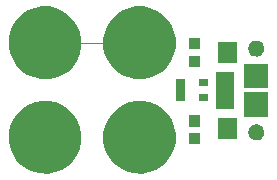
<source format=gts>
%TF.GenerationSoftware,KiCad,Pcbnew,4.0.5-e0-6337~49~ubuntu16.04.1*%
%TF.CreationDate,2017-01-29T12:57:44-08:00*%
%TF.ProjectId,2x3-USB-Power-Connector,3278332D5553422D506F7765722D436F,1.0*%
%TF.FileFunction,Soldermask,Top*%
%FSLAX46Y46*%
G04 Gerber Fmt 4.6, Leading zero omitted, Abs format (unit mm)*
G04 Created by KiCad (PCBNEW 4.0.5-e0-6337~49~ubuntu16.04.1) date Sun Jan 29 12:57:44 2017*
%MOMM*%
%LPD*%
G01*
G04 APERTURE LIST*
%ADD10C,0.350000*%
%ADD11C,0.100000*%
G04 APERTURE END LIST*
D10*
D11*
X131495800Y-93000560D02*
X123395800Y-93000560D01*
X131495800Y-93000560D02*
X123395800Y-93000560D01*
D10*
G36*
X123818910Y-97926407D02*
X124409855Y-98047711D01*
X124965998Y-98281492D01*
X125466134Y-98618838D01*
X125891221Y-99046903D01*
X126225066Y-99549381D01*
X126454956Y-100107136D01*
X126572064Y-100698574D01*
X126572064Y-100698584D01*
X126572131Y-100698923D01*
X126562510Y-101387976D01*
X126562433Y-101388314D01*
X126562433Y-101388322D01*
X126428857Y-101976261D01*
X126183485Y-102527376D01*
X125835737Y-103020338D01*
X125398862Y-103436369D01*
X124889500Y-103759621D01*
X124327054Y-103977779D01*
X123732947Y-104082536D01*
X123129803Y-104069902D01*
X122540600Y-103940357D01*
X121987782Y-103698837D01*
X121492407Y-103354542D01*
X121073337Y-102920583D01*
X120746538Y-102413490D01*
X120524456Y-101852574D01*
X120415555Y-101259218D01*
X120423977Y-100656001D01*
X120549406Y-100065907D01*
X120787059Y-99511418D01*
X121127891Y-99013648D01*
X121558912Y-98591560D01*
X122063713Y-98261228D01*
X122623059Y-98035237D01*
X123215645Y-97922196D01*
X123818910Y-97926407D01*
X123818910Y-97926407D01*
G37*
G36*
X131818910Y-97926407D02*
X132409855Y-98047711D01*
X132965998Y-98281492D01*
X133466134Y-98618838D01*
X133891221Y-99046903D01*
X134225066Y-99549381D01*
X134454956Y-100107136D01*
X134572064Y-100698574D01*
X134572064Y-100698584D01*
X134572131Y-100698923D01*
X134562510Y-101387976D01*
X134562433Y-101388314D01*
X134562433Y-101388322D01*
X134428857Y-101976261D01*
X134183485Y-102527376D01*
X133835737Y-103020338D01*
X133398862Y-103436369D01*
X132889500Y-103759621D01*
X132327054Y-103977779D01*
X131732947Y-104082536D01*
X131129803Y-104069902D01*
X130540600Y-103940357D01*
X129987782Y-103698837D01*
X129492407Y-103354542D01*
X129073337Y-102920583D01*
X128746538Y-102413490D01*
X128524456Y-101852574D01*
X128415555Y-101259218D01*
X128423977Y-100656001D01*
X128549406Y-100065907D01*
X128787059Y-99511418D01*
X129127891Y-99013648D01*
X129558912Y-98591560D01*
X130063713Y-98261228D01*
X130623059Y-98035237D01*
X131215645Y-97922196D01*
X131818910Y-97926407D01*
X131818910Y-97926407D01*
G37*
G36*
X136620600Y-101605160D02*
X135718200Y-101605160D01*
X135718200Y-100652760D01*
X136620600Y-100652760D01*
X136620600Y-101605160D01*
X136620600Y-101605160D01*
G37*
G36*
X141453948Y-99912808D02*
X141583842Y-99939472D01*
X141706097Y-99990863D01*
X141816035Y-100065017D01*
X141909472Y-100159109D01*
X141982861Y-100269568D01*
X142033395Y-100392172D01*
X142059082Y-100521901D01*
X142059082Y-100521916D01*
X142059149Y-100522255D01*
X142057034Y-100673720D01*
X142056958Y-100674054D01*
X142056958Y-100674067D01*
X142027656Y-100803038D01*
X141973721Y-100924179D01*
X141897279Y-101032542D01*
X141801246Y-101123993D01*
X141689280Y-101195049D01*
X141565642Y-101243005D01*
X141435051Y-101266032D01*
X141302467Y-101263254D01*
X141172951Y-101234779D01*
X141051430Y-101181687D01*
X140942541Y-101106007D01*
X140850422Y-101010616D01*
X140778585Y-100899146D01*
X140729766Y-100775844D01*
X140705829Y-100645419D01*
X140707680Y-100512821D01*
X140735252Y-100383106D01*
X140787491Y-100261221D01*
X140862413Y-100151802D01*
X140957161Y-100059018D01*
X141068119Y-99986408D01*
X141191077Y-99936730D01*
X141321335Y-99911883D01*
X141453948Y-99912808D01*
X141453948Y-99912808D01*
G37*
G36*
X139709120Y-101114760D02*
X138156720Y-101114760D01*
X138156720Y-99362360D01*
X139709120Y-99362360D01*
X139709120Y-101114760D01*
X139709120Y-101114760D01*
G37*
G36*
X136620600Y-100105160D02*
X135718200Y-100105160D01*
X135718200Y-99152760D01*
X136620600Y-99152760D01*
X136620600Y-100105160D01*
X136620600Y-100105160D01*
G37*
G36*
X142409120Y-99264760D02*
X140356720Y-99264760D01*
X140356720Y-97212360D01*
X142409120Y-97212360D01*
X142409120Y-99264760D01*
X142409120Y-99264760D01*
G37*
G36*
X139459120Y-98614760D02*
X137956720Y-98614760D01*
X137956720Y-95462360D01*
X139459120Y-95462360D01*
X139459120Y-98614760D01*
X139459120Y-98614760D01*
G37*
G36*
X135351720Y-97954280D02*
X134599320Y-97954280D01*
X134599320Y-96081880D01*
X135351720Y-96081880D01*
X135351720Y-97954280D01*
X135351720Y-97954280D01*
G37*
G36*
X137251720Y-97954280D02*
X136499320Y-97954280D01*
X136499320Y-97381880D01*
X137251720Y-97381880D01*
X137251720Y-97954280D01*
X137251720Y-97954280D01*
G37*
G36*
X142409120Y-96864760D02*
X140356720Y-96864760D01*
X140356720Y-94812360D01*
X142409120Y-94812360D01*
X142409120Y-96864760D01*
X142409120Y-96864760D01*
G37*
G36*
X137251720Y-96654280D02*
X136499320Y-96654280D01*
X136499320Y-96081880D01*
X137251720Y-96081880D01*
X137251720Y-96654280D01*
X137251720Y-96654280D01*
G37*
G36*
X131818910Y-89926407D02*
X132409855Y-90047711D01*
X132965998Y-90281492D01*
X133466134Y-90618838D01*
X133891221Y-91046903D01*
X134225066Y-91549381D01*
X134454956Y-92107136D01*
X134572064Y-92698574D01*
X134572064Y-92698584D01*
X134572131Y-92698923D01*
X134562510Y-93387976D01*
X134562433Y-93388314D01*
X134562433Y-93388322D01*
X134428857Y-93976261D01*
X134183485Y-94527376D01*
X133835737Y-95020338D01*
X133398862Y-95436369D01*
X132889500Y-95759621D01*
X132327054Y-95977779D01*
X131732947Y-96082536D01*
X131129803Y-96069902D01*
X130540600Y-95940357D01*
X129987782Y-95698837D01*
X129492407Y-95354542D01*
X129073337Y-94920583D01*
X128746538Y-94413490D01*
X128524456Y-93852574D01*
X128415555Y-93259218D01*
X128423977Y-92656001D01*
X128549406Y-92065907D01*
X128787059Y-91511418D01*
X129127891Y-91013648D01*
X129558912Y-90591560D01*
X130063713Y-90261228D01*
X130623059Y-90035237D01*
X131215645Y-89922196D01*
X131818910Y-89926407D01*
X131818910Y-89926407D01*
G37*
G36*
X123818910Y-89926407D02*
X124409855Y-90047711D01*
X124965998Y-90281492D01*
X125466134Y-90618838D01*
X125891221Y-91046903D01*
X126225066Y-91549381D01*
X126454956Y-92107136D01*
X126572064Y-92698574D01*
X126572064Y-92698584D01*
X126572131Y-92698923D01*
X126562510Y-93387976D01*
X126562433Y-93388314D01*
X126562433Y-93388322D01*
X126428857Y-93976261D01*
X126183485Y-94527376D01*
X125835737Y-95020338D01*
X125398862Y-95436369D01*
X124889500Y-95759621D01*
X124327054Y-95977779D01*
X123732947Y-96082536D01*
X123129803Y-96069902D01*
X122540600Y-95940357D01*
X121987782Y-95698837D01*
X121492407Y-95354542D01*
X121073337Y-94920583D01*
X120746538Y-94413490D01*
X120524456Y-93852574D01*
X120415555Y-93259218D01*
X120423977Y-92656001D01*
X120549406Y-92065907D01*
X120787059Y-91511418D01*
X121127891Y-91013648D01*
X121558912Y-90591560D01*
X122063713Y-90261228D01*
X122623059Y-90035237D01*
X123215645Y-89922196D01*
X123818910Y-89926407D01*
X123818910Y-89926407D01*
G37*
G36*
X136620600Y-95046880D02*
X135718200Y-95046880D01*
X135718200Y-94094480D01*
X136620600Y-94094480D01*
X136620600Y-95046880D01*
X136620600Y-95046880D01*
G37*
G36*
X139709120Y-94714760D02*
X138156720Y-94714760D01*
X138156720Y-92962360D01*
X139709120Y-92962360D01*
X139709120Y-94714760D01*
X139709120Y-94714760D01*
G37*
G36*
X141453948Y-92812808D02*
X141583842Y-92839472D01*
X141706097Y-92890863D01*
X141816035Y-92965017D01*
X141909472Y-93059109D01*
X141982861Y-93169568D01*
X142033395Y-93292172D01*
X142059082Y-93421901D01*
X142059082Y-93421916D01*
X142059149Y-93422255D01*
X142057034Y-93573720D01*
X142056958Y-93574054D01*
X142056958Y-93574067D01*
X142027656Y-93703038D01*
X141973721Y-93824179D01*
X141897279Y-93932542D01*
X141801246Y-94023993D01*
X141689280Y-94095049D01*
X141565642Y-94143005D01*
X141435051Y-94166032D01*
X141302467Y-94163254D01*
X141172951Y-94134779D01*
X141051430Y-94081687D01*
X140942541Y-94006007D01*
X140850422Y-93910616D01*
X140778585Y-93799146D01*
X140729766Y-93675844D01*
X140705829Y-93545419D01*
X140707680Y-93412821D01*
X140735252Y-93283106D01*
X140787491Y-93161221D01*
X140862413Y-93051802D01*
X140957161Y-92959018D01*
X141068119Y-92886408D01*
X141191077Y-92836730D01*
X141321335Y-92811883D01*
X141453948Y-92812808D01*
X141453948Y-92812808D01*
G37*
G36*
X136620600Y-93546880D02*
X135718200Y-93546880D01*
X135718200Y-92594480D01*
X136620600Y-92594480D01*
X136620600Y-93546880D01*
X136620600Y-93546880D01*
G37*
M02*

</source>
